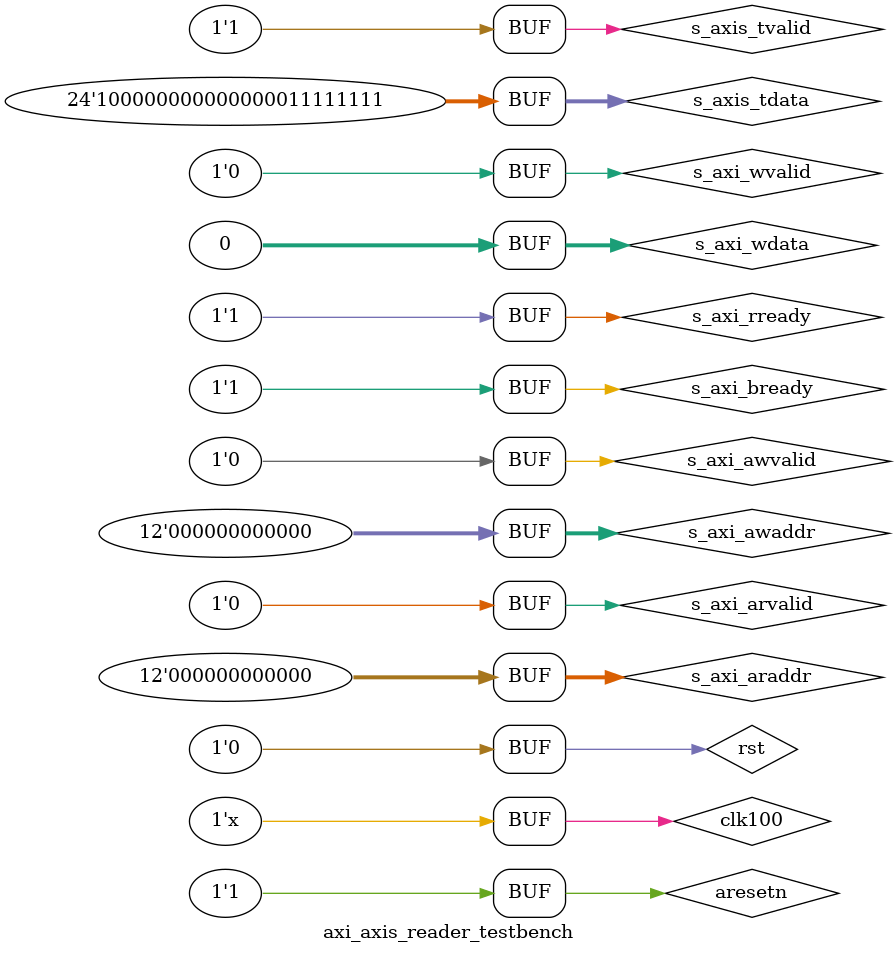
<source format=v>
`timescale 1ns / 100ps

module axi_axis_reader_testbench(    );

    // CLK & RST
    reg clk100;
    reg rst;
    
    // AXI Slave side
    localparam AXI_ADDR_WIDTH = 12;
    localparam AXI_DATA_WIDTH = 32;
    localparam AXIS_DATA_WIDTH = 24;

    reg [AXI_ADDR_WIDTH-1:0]    s_axi_awaddr;  // AXI4-Lite slave: Write address
    reg                         s_axi_awvalid; // AXI4-Lite slave: Write address valid
    wire                        s_axi_awready; // AXI4-Lite slave: Write address ready
    reg [AXI_DATA_WIDTH-1:0]    s_axi_wdata;   // AXI4-Lite slave: Write data
    reg                         s_axi_wvalid;  // AXI4-Lite slave: Write data valid
    wire                        s_axi_wready;  // AXI4-Lite slave: Write data ready
    wire [1:0]                  s_axi_bresp;   // AXI4-Lite slave: Write response
    wire                        s_axi_bvalid;  // AXI4-Lite slave: Write response valid
    reg                         s_axi_bready;  // AXI4-Lite slave: Write response ready
    reg  [AXI_ADDR_WIDTH-1:0]   s_axi_araddr;  // AXI4-Lite slave: Read address
    reg                         s_axi_arvalid; // AXI4-Lite slave: Read address valid
    wire                        s_axi_arready; // AXI4-Lite slave: Read address ready
    wire [AXI_DATA_WIDTH-1:0]   s_axi_rdata;   // AXI4-Lite slave: Read data
    wire [1:0]                  s_axi_rresp;   // AXI4-Lite slave: Read data response
    wire                        s_axi_rvalid;  // AXI4-Lite slave: Read data valid
    reg                         s_axi_rready;  // AXI4-Lite slave: Read data ready

    // AXIS Master side
    reg [AXIS_DATA_WIDTH-1:0]   s_axis_tdata;
    reg                         s_axis_tvalid;
    wire                        s_axis_tready;
    
    wire aresetn = ~rst;
    axi_axis_reader #(
        .AXI_ADDR_WIDTH(AXI_ADDR_WIDTH),
        .AXI_DATA_WIDTH(AXI_DATA_WIDTH),
        .AXIS_DATA_WIDTH(AXIS_DATA_WIDTH)
        ) DUT (
        clk100, aresetn,
        
        s_axi_awaddr, s_axi_awvalid, s_axi_awready, 
        s_axi_wdata, s_axi_wvalid, s_axi_wready,
        s_axi_bresp, s_axi_bvalid, s_axi_bready,
        s_axi_araddr, s_axi_arvalid, s_axi_arready,
        s_axi_rdata, s_axi_rresp, s_axi_rvalid, s_axi_rready,
        
        // AXIS Master side
        s_axis_tdata, s_axis_tvalid, s_axis_tready
        );
    
    initial begin
        // init
        clk100 = 0;        
        s_axi_awaddr = { {(AXI_ADDR_WIDTH)}{1'b0} };
        s_axi_awvalid = 1'b0;
        s_axi_wdata = { {(AXI_DATA_WIDTH)}{1'b0} };
        s_axi_wvalid = 1'b0;
        s_axi_bready = 1'b1;
        s_axi_araddr = { {(AXI_ADDR_WIDTH)}{1'b0} };
        s_axi_arvalid = 1'b0;
        s_axi_rready = 1'b1;

        s_axis_tdata = { {(AXIS_DATA_WIDTH)}{1'b0} };
        s_axis_tvalid = 1'b0;
        
        // reset
        rst = 0;
        #10 rst = 1;
        #20 rst = 0;
        
        #20
        s_axis_tdata = 24'h000FF; // 255
        
        #20
        s_axis_tvalid = 1;
        
        #20 s_axi_arvalid = 1;
        #10 s_axi_arvalid = 0;
        
        #20
        s_axi_rready = 1;
        
        #20
        s_axi_rready = 0;
        
        #20
        s_axis_tdata = 24'h8000FF; // -255
        
        #20
        s_axis_tvalid = 1;
        
        #20 s_axi_arvalid = 1;
        #10 s_axi_arvalid = 0;
        
        #20
        s_axi_rready = 1;
        
    end
    
    // Generate CLK 100 MHz
    always
    begin
        #5
        clk100 = ~clk100;
    end
endmodule

</source>
